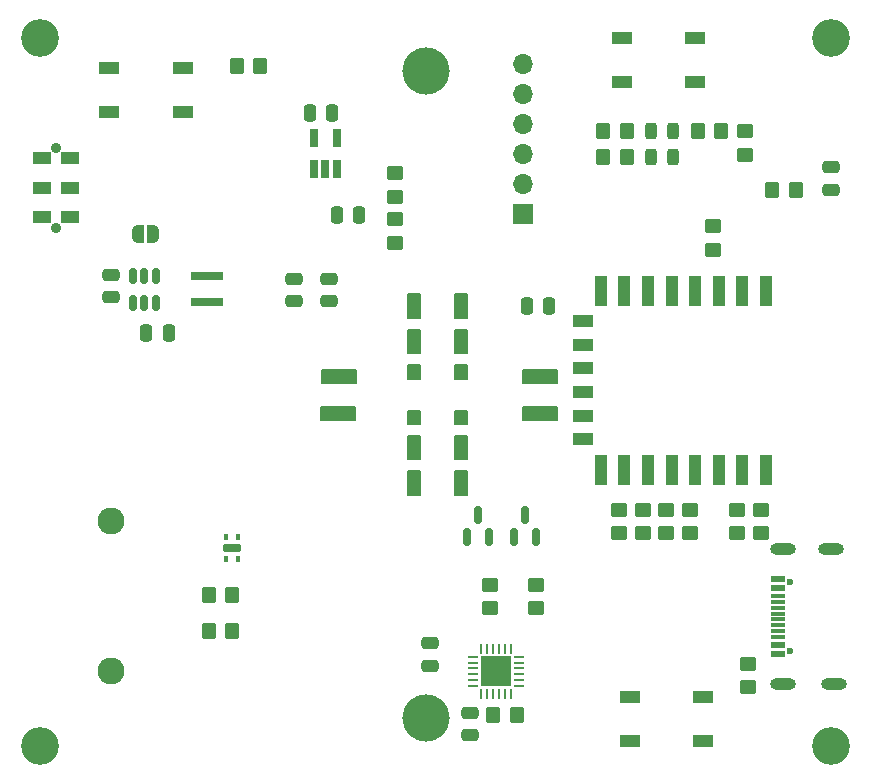
<source format=gts>
%TF.GenerationSoftware,KiCad,Pcbnew,(6.0.7)*%
%TF.CreationDate,2022-11-21T20:08:05+01:00*%
%TF.ProjectId,Arbolito,4172626f-6c69-4746-9f2e-6b696361645f,rev?*%
%TF.SameCoordinates,Original*%
%TF.FileFunction,Soldermask,Top*%
%TF.FilePolarity,Negative*%
%FSLAX46Y46*%
G04 Gerber Fmt 4.6, Leading zero omitted, Abs format (unit mm)*
G04 Created by KiCad (PCBNEW (6.0.7)) date 2022-11-21 20:08:05*
%MOMM*%
%LPD*%
G01*
G04 APERTURE LIST*
G04 Aperture macros list*
%AMRoundRect*
0 Rectangle with rounded corners*
0 $1 Rounding radius*
0 $2 $3 $4 $5 $6 $7 $8 $9 X,Y pos of 4 corners*
0 Add a 4 corners polygon primitive as box body*
4,1,4,$2,$3,$4,$5,$6,$7,$8,$9,$2,$3,0*
0 Add four circle primitives for the rounded corners*
1,1,$1+$1,$2,$3*
1,1,$1+$1,$4,$5*
1,1,$1+$1,$6,$7*
1,1,$1+$1,$8,$9*
0 Add four rect primitives between the rounded corners*
20,1,$1+$1,$2,$3,$4,$5,0*
20,1,$1+$1,$4,$5,$6,$7,0*
20,1,$1+$1,$6,$7,$8,$9,0*
20,1,$1+$1,$8,$9,$2,$3,0*%
%AMFreePoly0*
4,1,22,0.500000,-0.750000,0.000000,-0.750000,0.000000,-0.745033,-0.079941,-0.743568,-0.215256,-0.701293,-0.333266,-0.622738,-0.424486,-0.514219,-0.481581,-0.384460,-0.499164,-0.250000,-0.500000,-0.250000,-0.500000,0.250000,-0.499164,0.250000,-0.499963,0.256109,-0.478152,0.396186,-0.417904,0.524511,-0.324060,0.630769,-0.204165,0.706417,-0.067858,0.745374,0.000000,0.744959,0.000000,0.750000,
0.500000,0.750000,0.500000,-0.750000,0.500000,-0.750000,$1*%
%AMFreePoly1*
4,1,20,0.000000,0.744959,0.073905,0.744508,0.209726,0.703889,0.328688,0.626782,0.421226,0.519385,0.479903,0.390333,0.500000,0.250000,0.500000,-0.250000,0.499851,-0.262216,0.476331,-0.402017,0.414519,-0.529596,0.319384,-0.634700,0.198574,-0.708877,0.061801,-0.746166,0.000000,-0.745033,0.000000,-0.750000,-0.500000,-0.750000,-0.500000,0.750000,0.000000,0.750000,0.000000,0.744959,
0.000000,0.744959,$1*%
G04 Aperture macros list end*
%ADD10C,0.150000*%
%ADD11RoundRect,0.250000X-0.475000X0.250000X-0.475000X-0.250000X0.475000X-0.250000X0.475000X0.250000X0*%
%ADD12RoundRect,0.250000X-0.450000X0.350000X-0.450000X-0.350000X0.450000X-0.350000X0.450000X0.350000X0*%
%ADD13C,3.200000*%
%ADD14RoundRect,0.243750X0.243750X0.456250X-0.243750X0.456250X-0.243750X-0.456250X0.243750X-0.456250X0*%
%ADD15RoundRect,0.250000X0.475000X-0.250000X0.475000X0.250000X-0.475000X0.250000X-0.475000X-0.250000X0*%
%ADD16RoundRect,0.250000X0.350000X0.450000X-0.350000X0.450000X-0.350000X-0.450000X0.350000X-0.450000X0*%
%ADD17RoundRect,0.250000X0.450000X-0.350000X0.450000X0.350000X-0.450000X0.350000X-0.450000X-0.350000X0*%
%ADD18C,0.900000*%
%ADD19R,1.600000X1.000000*%
%ADD20FreePoly0,0.000000*%
%ADD21FreePoly1,0.000000*%
%ADD22RoundRect,0.150000X0.150000X-0.587500X0.150000X0.587500X-0.150000X0.587500X-0.150000X-0.587500X0*%
%ADD23R,2.700000X0.800000*%
%ADD24RoundRect,0.250000X-0.250000X-0.475000X0.250000X-0.475000X0.250000X0.475000X-0.250000X0.475000X0*%
%ADD25RoundRect,0.250000X-0.350000X-0.450000X0.350000X-0.450000X0.350000X0.450000X-0.350000X0.450000X0*%
%ADD26RoundRect,0.087500X0.087500X-0.187500X0.087500X0.187500X-0.087500X0.187500X-0.087500X-0.187500X0*%
%ADD27RoundRect,0.175000X0.625000X-0.175000X0.625000X0.175000X-0.625000X0.175000X-0.625000X-0.175000X0*%
%ADD28R,1.000000X2.500000*%
%ADD29R,1.800000X1.000000*%
%ADD30R,0.650000X1.560000*%
%ADD31RoundRect,0.062500X-0.350000X-0.062500X0.350000X-0.062500X0.350000X0.062500X-0.350000X0.062500X0*%
%ADD32RoundRect,0.062500X-0.062500X-0.350000X0.062500X-0.350000X0.062500X0.350000X-0.062500X0.350000X0*%
%ADD33R,2.600000X2.600000*%
%ADD34C,0.600000*%
%ADD35R,1.160000X0.600000*%
%ADD36R,1.160000X0.300000*%
%ADD37O,2.200000X1.000000*%
%ADD38R,1.800000X1.100000*%
%ADD39R,1.700000X1.700000*%
%ADD40O,1.700000X1.700000*%
%ADD41RoundRect,0.150000X-0.150000X0.512500X-0.150000X-0.512500X0.150000X-0.512500X0.150000X0.512500X0*%
%ADD42C,2.286000*%
%ADD43C,4.000000*%
G04 APERTURE END LIST*
D10*
G36*
X144200000Y-88700000D02*
G01*
X143200000Y-88700000D01*
X143200000Y-86700000D01*
X144200000Y-86700000D01*
X144200000Y-88700000D01*
G37*
X144200000Y-88700000D02*
X143200000Y-88700000D01*
X143200000Y-86700000D01*
X144200000Y-86700000D01*
X144200000Y-88700000D01*
G36*
X144200000Y-97700000D02*
G01*
X143200000Y-97700000D01*
X143200000Y-96600000D01*
X144200000Y-96600000D01*
X144200000Y-97700000D01*
G37*
X144200000Y-97700000D02*
X143200000Y-97700000D01*
X143200000Y-96600000D01*
X144200000Y-96600000D01*
X144200000Y-97700000D01*
G36*
X140200000Y-100700000D02*
G01*
X139200000Y-100700000D01*
X139200000Y-98700000D01*
X140200000Y-98700000D01*
X140200000Y-100700000D01*
G37*
X140200000Y-100700000D02*
X139200000Y-100700000D01*
X139200000Y-98700000D01*
X140200000Y-98700000D01*
X140200000Y-100700000D01*
G36*
X140198783Y-93898759D02*
G01*
X139198783Y-93898759D01*
X139198783Y-92698759D01*
X140198783Y-92698759D01*
X140198783Y-93898759D01*
G37*
X140198783Y-93898759D02*
X139198783Y-93898759D01*
X139198783Y-92698759D01*
X140198783Y-92698759D01*
X140198783Y-93898759D01*
G36*
X151800000Y-97400000D02*
G01*
X148900000Y-97400000D01*
X148900000Y-96300000D01*
X151800000Y-96300000D01*
X151800000Y-97400000D01*
G37*
X151800000Y-97400000D02*
X148900000Y-97400000D01*
X148900000Y-96300000D01*
X151800000Y-96300000D01*
X151800000Y-97400000D01*
G36*
X140200000Y-91700000D02*
G01*
X139200000Y-91700000D01*
X139200000Y-89700000D01*
X140200000Y-89700000D01*
X140200000Y-91700000D01*
G37*
X140200000Y-91700000D02*
X139200000Y-91700000D01*
X139200000Y-89700000D01*
X140200000Y-89700000D01*
X140200000Y-91700000D01*
G36*
X151800000Y-94200000D02*
G01*
X148900000Y-94200000D01*
X148900000Y-93100000D01*
X151800000Y-93100000D01*
X151800000Y-94200000D01*
G37*
X151800000Y-94200000D02*
X148900000Y-94200000D01*
X148900000Y-93100000D01*
X151800000Y-93100000D01*
X151800000Y-94200000D01*
G36*
X144200000Y-93900000D02*
G01*
X143200000Y-93900000D01*
X143200000Y-92700000D01*
X144200000Y-92700000D01*
X144200000Y-93900000D01*
G37*
X144200000Y-93900000D02*
X143200000Y-93900000D01*
X143200000Y-92700000D01*
X144200000Y-92700000D01*
X144200000Y-93900000D01*
G36*
X144200000Y-100700000D02*
G01*
X143200000Y-100700000D01*
X143200000Y-98700000D01*
X144200000Y-98700000D01*
X144200000Y-100700000D01*
G37*
X144200000Y-100700000D02*
X143200000Y-100700000D01*
X143200000Y-98700000D01*
X144200000Y-98700000D01*
X144200000Y-100700000D01*
G36*
X144200000Y-91700000D02*
G01*
X143200000Y-91700000D01*
X143200000Y-89700000D01*
X144200000Y-89700000D01*
X144200000Y-91700000D01*
G37*
X144200000Y-91700000D02*
X143200000Y-91700000D01*
X143200000Y-89700000D01*
X144200000Y-89700000D01*
X144200000Y-91700000D01*
G36*
X144200000Y-103700000D02*
G01*
X143200000Y-103700000D01*
X143200000Y-101700000D01*
X144200000Y-101700000D01*
X144200000Y-103700000D01*
G37*
X144200000Y-103700000D02*
X143200000Y-103700000D01*
X143200000Y-101700000D01*
X144200000Y-101700000D01*
X144200000Y-103700000D01*
G36*
X140200000Y-97700000D02*
G01*
X139200000Y-97700000D01*
X139200000Y-96600000D01*
X140200000Y-96600000D01*
X140200000Y-97700000D01*
G37*
X140200000Y-97700000D02*
X139200000Y-97700000D01*
X139200000Y-96600000D01*
X140200000Y-96600000D01*
X140200000Y-97700000D01*
G36*
X140200000Y-103700000D02*
G01*
X139200000Y-103700000D01*
X139200000Y-101700000D01*
X140200000Y-101700000D01*
X140200000Y-103700000D01*
G37*
X140200000Y-103700000D02*
X139200000Y-103700000D01*
X139200000Y-101700000D01*
X140200000Y-101700000D01*
X140200000Y-103700000D01*
G36*
X140200000Y-88700000D02*
G01*
X139200000Y-88700000D01*
X139200000Y-86700000D01*
X140200000Y-86700000D01*
X140200000Y-88700000D01*
G37*
X140200000Y-88700000D02*
X139200000Y-88700000D01*
X139200000Y-86700000D01*
X140200000Y-86700000D01*
X140200000Y-88700000D01*
G36*
X134800000Y-94200000D02*
G01*
X131900000Y-94200000D01*
X131900000Y-93100000D01*
X134800000Y-93100000D01*
X134800000Y-94200000D01*
G37*
X134800000Y-94200000D02*
X131900000Y-94200000D01*
X131900000Y-93100000D01*
X134800000Y-93100000D01*
X134800000Y-94200000D01*
G36*
X134700000Y-97400000D02*
G01*
X131800000Y-97400000D01*
X131800000Y-96300000D01*
X134700000Y-96300000D01*
X134700000Y-97400000D01*
G37*
X134700000Y-97400000D02*
X131800000Y-97400000D01*
X131800000Y-96300000D01*
X134700000Y-96300000D01*
X134700000Y-97400000D01*
D11*
%TO.C,C7*%
X132540000Y-85410000D03*
X132540000Y-87310000D03*
%TD*%
D12*
%TO.C,R21*%
X138110000Y-76470000D03*
X138110000Y-78470000D03*
%TD*%
D11*
%TO.C,C4*%
X144440000Y-122140000D03*
X144440000Y-124040000D03*
%TD*%
D13*
%TO.C,H3*%
X175000000Y-125000000D03*
%TD*%
D14*
%TO.C,D2*%
X161637500Y-72900000D03*
X159762500Y-72900000D03*
%TD*%
D11*
%TO.C,C3*%
X114040000Y-85060000D03*
X114040000Y-86960000D03*
%TD*%
D15*
%TO.C,C5*%
X141090000Y-118160000D03*
X141090000Y-116260000D03*
%TD*%
D16*
%TO.C,R2*%
X148420000Y-122360000D03*
X146420000Y-122360000D03*
%TD*%
%TO.C,R15*%
X157700000Y-72900000D03*
X155700000Y-72900000D03*
%TD*%
D14*
%TO.C,D1*%
X161637500Y-75100000D03*
X159762500Y-75100000D03*
%TD*%
D11*
%TO.C,C9*%
X129540000Y-85410000D03*
X129540000Y-87310000D03*
%TD*%
D12*
%TO.C,R1*%
X168000000Y-118000000D03*
X168000000Y-120000000D03*
%TD*%
D17*
%TO.C,R8*%
X159046000Y-106970000D03*
X159046000Y-104970000D03*
%TD*%
D18*
%TO.C,SW1*%
X109400000Y-74300000D03*
X109400000Y-81100000D03*
D19*
X108200000Y-80200000D03*
X110600000Y-80200000D03*
X108200000Y-77700000D03*
X110600000Y-77700000D03*
X108200000Y-75200000D03*
X110600000Y-75200000D03*
%TD*%
D20*
%TO.C,JP1*%
X116310000Y-81630000D03*
D21*
X117610000Y-81630000D03*
%TD*%
D22*
%TO.C,Q1*%
X144146000Y-107257500D03*
X146046000Y-107257500D03*
X145096000Y-105382500D03*
%TD*%
D23*
%TO.C,L1*%
X122200000Y-87400000D03*
X122200000Y-85200000D03*
%TD*%
D24*
%TO.C,C1*%
X133150000Y-80000000D03*
X135050000Y-80000000D03*
%TD*%
D16*
%TO.C,R14*%
X124300000Y-112200000D03*
X122300000Y-112200000D03*
%TD*%
D13*
%TO.C,H2*%
X175000000Y-65000000D03*
%TD*%
D17*
%TO.C,R18*%
X157046000Y-106970000D03*
X157046000Y-104970000D03*
%TD*%
D25*
%TO.C,R10*%
X170000000Y-77900000D03*
X172000000Y-77900000D03*
%TD*%
D17*
%TO.C,R7*%
X163046000Y-106970000D03*
X163046000Y-104970000D03*
%TD*%
D16*
%TO.C,R16*%
X165700000Y-72900000D03*
X163700000Y-72900000D03*
%TD*%
D12*
%TO.C,R6*%
X146096000Y-111320000D03*
X146096000Y-113320000D03*
%TD*%
D16*
%TO.C,R3*%
X157700000Y-75100000D03*
X155700000Y-75100000D03*
%TD*%
D12*
%TO.C,R20*%
X138090000Y-80380000D03*
X138090000Y-82380000D03*
%TD*%
D17*
%TO.C,R13*%
X161046000Y-106970000D03*
X161046000Y-104970000D03*
%TD*%
D26*
%TO.C,U5*%
X123800000Y-109125000D03*
X124800000Y-109125000D03*
X124800000Y-107275000D03*
X123800000Y-107275000D03*
D27*
X124300000Y-108200000D03*
%TD*%
D28*
%TO.C,U4*%
X169500000Y-86400000D03*
X167500000Y-86400000D03*
X165500000Y-86400000D03*
X163500000Y-86400000D03*
X161500000Y-86400000D03*
X159500000Y-86400000D03*
X157500000Y-86400000D03*
X155500000Y-86400000D03*
D29*
X154000000Y-89000000D03*
X154000000Y-91000000D03*
X154000000Y-93000000D03*
X154000000Y-95000000D03*
X154000000Y-97000000D03*
X154000000Y-99000000D03*
D28*
X155500000Y-101600000D03*
X157500000Y-101600000D03*
X159500000Y-101600000D03*
X161500000Y-101600000D03*
X163500000Y-101600000D03*
X165500000Y-101600000D03*
X167500000Y-101600000D03*
X169500000Y-101600000D03*
%TD*%
D15*
%TO.C,C10*%
X175000000Y-77850000D03*
X175000000Y-75950000D03*
%TD*%
D30*
%TO.C,U1*%
X131250000Y-76150000D03*
X132200000Y-76150000D03*
X133150000Y-76150000D03*
X133150000Y-73450000D03*
X131250000Y-73450000D03*
%TD*%
D12*
%TO.C,R11*%
X169046000Y-104970000D03*
X169046000Y-106970000D03*
%TD*%
D31*
%TO.C,U2*%
X144712500Y-117400000D03*
X144712500Y-117900000D03*
X144712500Y-118400000D03*
X144712500Y-118900000D03*
X144712500Y-119400000D03*
X144712500Y-119900000D03*
D32*
X145400000Y-120587500D03*
X145900000Y-120587500D03*
X146400000Y-120587500D03*
X146900000Y-120587500D03*
X147400000Y-120587500D03*
X147900000Y-120587500D03*
D31*
X148587500Y-119900000D03*
X148587500Y-119400000D03*
X148587500Y-118900000D03*
X148587500Y-118400000D03*
X148587500Y-117900000D03*
X148587500Y-117400000D03*
D32*
X147900000Y-116712500D03*
X147400000Y-116712500D03*
X146900000Y-116712500D03*
X146400000Y-116712500D03*
X145900000Y-116712500D03*
X145400000Y-116712500D03*
D33*
X146650000Y-118650000D03*
%TD*%
D16*
%TO.C,R4*%
X126700000Y-67400000D03*
X124700000Y-67400000D03*
%TD*%
%TO.C,R17*%
X124300000Y-115200000D03*
X122300000Y-115200000D03*
%TD*%
D34*
%TO.C,P1*%
X171550000Y-111110000D03*
X171550000Y-116890000D03*
D35*
X170490000Y-117200000D03*
X170490000Y-116400000D03*
D36*
X170490000Y-115250000D03*
X170490000Y-114250000D03*
X170490000Y-113750000D03*
X170490000Y-112750000D03*
D35*
X170490000Y-111600000D03*
X170490000Y-110800000D03*
X170490000Y-110800000D03*
X170490000Y-111600000D03*
D36*
X170490000Y-112250000D03*
X170490000Y-113250000D03*
X170490000Y-114750000D03*
X170490000Y-115750000D03*
D35*
X170490000Y-116400000D03*
X170490000Y-117200000D03*
D37*
X175032000Y-108275019D03*
X170964308Y-108285000D03*
X170964308Y-119732365D03*
X175240000Y-119715000D03*
%TD*%
D13*
%TO.C,H4*%
X108000000Y-65000000D03*
%TD*%
D38*
%TO.C,SW2*%
X113900000Y-67550000D03*
X120100000Y-67550000D03*
X120100000Y-71250000D03*
X113900000Y-71250000D03*
%TD*%
D24*
%TO.C,C8*%
X149250000Y-87700000D03*
X151150000Y-87700000D03*
%TD*%
D12*
%TO.C,R9*%
X165046000Y-80970000D03*
X165046000Y-82970000D03*
%TD*%
D39*
%TO.C,J2*%
X148900000Y-79900000D03*
D40*
X148900000Y-77360000D03*
X148900000Y-74820000D03*
X148900000Y-72280000D03*
X148900000Y-69740000D03*
X148900000Y-67200000D03*
%TD*%
D38*
%TO.C,SW3*%
X164200000Y-120850000D03*
X158000000Y-120850000D03*
X158000000Y-124550000D03*
X164200000Y-124550000D03*
%TD*%
D12*
%TO.C,R19*%
X167700000Y-72900000D03*
X167700000Y-74900000D03*
%TD*%
%TO.C,R12*%
X167046000Y-104970000D03*
X167046000Y-106970000D03*
%TD*%
D13*
%TO.C,H1*%
X108000000Y-125000000D03*
%TD*%
D24*
%TO.C,C6*%
X117040000Y-90010000D03*
X118940000Y-90010000D03*
%TD*%
D41*
%TO.C,U3*%
X117816000Y-85162500D03*
X116866000Y-85162500D03*
X115916000Y-85162500D03*
X115916000Y-87437500D03*
X116866000Y-87437500D03*
X117816000Y-87437500D03*
%TD*%
D24*
%TO.C,C2*%
X130850000Y-71400000D03*
X132750000Y-71400000D03*
%TD*%
D12*
%TO.C,R5*%
X150000000Y-111320000D03*
X150000000Y-113320000D03*
%TD*%
D38*
%TO.C,SW4*%
X163500000Y-65050000D03*
X157300000Y-65050000D03*
X163500000Y-68750000D03*
X157300000Y-68750000D03*
%TD*%
D22*
%TO.C,Q2*%
X148146000Y-107257500D03*
X150046000Y-107257500D03*
X149096000Y-105382500D03*
%TD*%
D42*
%TO.C,J1*%
X114040000Y-105880000D03*
X114040000Y-118580000D03*
D43*
X140710000Y-67780000D03*
X140710000Y-122580000D03*
%TD*%
M02*

</source>
